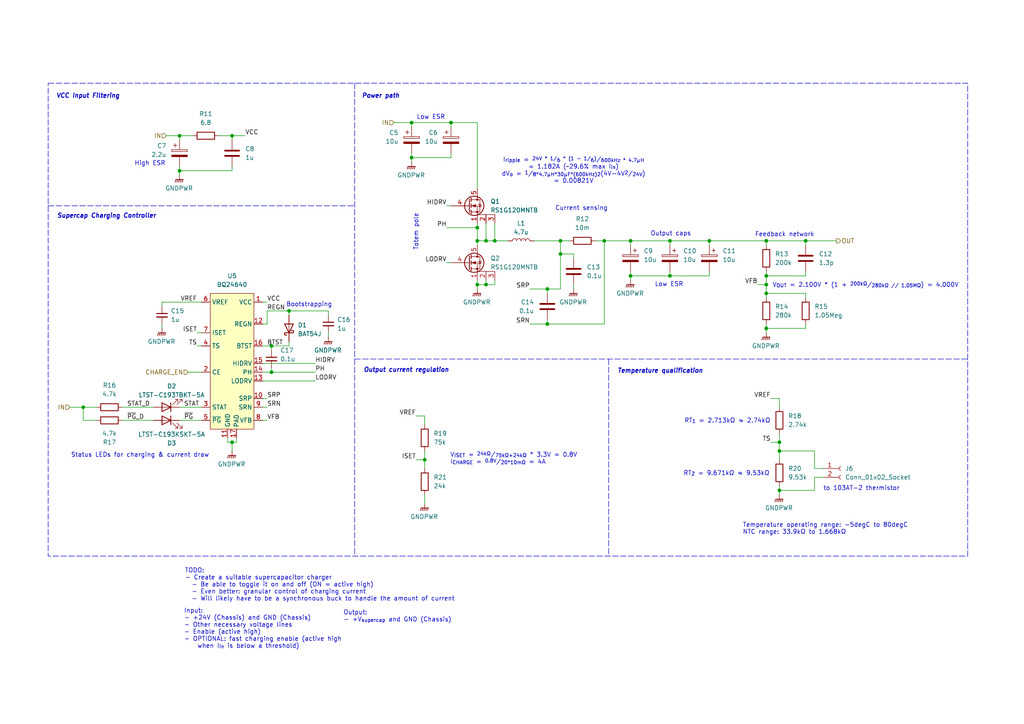
<source format=kicad_sch>
(kicad_sch (version 20250114) (generator "eeschema") (generator_version "9.0")
  (paper "A4")
  (title_block (title "Supercapacitor Charger") (date "2025-02-12") (rev "1") (company "UT Robomaster") (comment 1 "Robomaster"))
  (lib_symbols
    (symbol "! Robomaster ICs:BQ24640"
      (property "Reference" "U" (at 0 32.004 0))
      (property "Value" "BQ24640" (at 0 29.718 0))
      (symbol "BQ24640_1_1"
        (rectangle (start -6.35 27.94) (end 6.35 -11.43) (fill (type background)))
        (pin passive line (at -8.89 25.4 0) (length 2.54) (name "VREF") (number "6"))
        (pin input line (at -8.89 16.51 0) (length 2.54) (name "ISET") (number "7"))
        (pin input line (at -8.89 12.7 0) (length 2.54) (name "TS") (number "4"))
        (pin input line (at -8.89 5.08 0) (length 2.54) (name "CE") (number "2"))
        (pin open_collector line (at -8.89 -5.08 0) (length 2.54) (name "STAT") (number "3"))
        (pin open_collector line (at -8.89 -8.89 0) (length 2.54) (name "~{PG}") (number "5"))
        (pin power_in line (at -1.27 -13.97 90) (length 2.54) (name "GND") (number "11"))
        (pin passive line (at 1.27 -13.97 90) (length 2.54) (name "PAD") (number "17"))
        (pin power_in line (at 8.89 25.4 180) (length 2.54) (name "VCC") (number "1"))
        (pin passive line (at 8.89 19.05 180) (length 2.54) (name "REGN") (number "12"))
        (pin passive line (at 8.89 12.7 180) (length 2.54) (name "BTST") (number "16"))
        (pin output line (at 8.89 7.62 180) (length 2.54) (name "HIDRV") (number "15"))
        (pin power_out line (at 8.89 5.08 180) (length 2.54) (name "PH") (number "14"))
        (pin output line (at 8.89 2.54 180) (length 2.54) (name "LODRV") (number "13"))
        (pin passive line (at 8.89 -2.54 180) (length 2.54) (name "SRP") (number "10"))
        (pin passive line (at 8.89 -5.08 180) (length 2.54) (name "SRN") (number "9"))
        (pin input line (at 8.89 -8.89 180) (length 2.54) (name "VFB") (number "8"))
      )
    )
    (symbol "Connector:Conn_01x02_Socket" (pin_names (offset 1.016) (hide yes))
      (property "Reference" "J" (at 0 2.54 0))
      (property "Value" "Conn_01x02_Socket" (at 0 -5.08 0))
      (symbol "Conn_01x02_Socket_1_1"
        (polyline (pts (xy -1.27 0) (xy -0.508 0)) (stroke (width 0.1524)))
        (polyline (pts (xy -1.27 -2.54) (xy -0.508 -2.54)) (stroke (width 0.1524)))
        (arc (start 0 -0.508) (mid -0.5058 0) (end 0 0.508) (stroke (width 0.1524)))
        (arc (start 0 -3.048) (mid -0.5058 -2.54) (end 0 -2.032) (stroke (width 0.1524)))
        (pin passive line (at -5.08 0 0) (length 3.81) (name "Pin_1") (number "1"))
        (pin passive line (at -5.08 -2.54 0) (length 3.81) (name "Pin_2") (number "2"))
      )
    )
    (symbol "Device:C" (pin_numbers (hide yes)) (pin_names (offset 0.254))
      (property "Reference" "C" (at 0.635 2.54 0))
      (property "Value" "C" (at 0.635 -2.54 0))
      (symbol "C_0_1"
        (polyline (pts (xy -2.032 0.762) (xy 2.032 0.762)) (stroke (width 0.508)))
        (polyline (pts (xy -2.032 -0.762) (xy 2.032 -0.762)) (stroke (width 0.508)))
      )
      (symbol "C_1_1"
        (pin passive line (at 0 3.81 270) (length 2.794) (name "~") (number "1"))
        (pin passive line (at 0 -3.81 90) (length 2.794) (name "~") (number "2"))
      )
    )
    (symbol "Device:C_Polarized" (pin_numbers (hide yes)) (pin_names (offset 0.254))
      (property "Reference" "C" (at 0.635 2.54 0))
      (property "Value" "C_Polarized" (at 0.635 -2.54 0))
      (symbol "C_Polarized_0_1"
        (rectangle (start -2.286 0.508) (end 2.286 1.016))
        (polyline (pts (xy -1.778 2.286) (xy -0.762 2.286)))
        (polyline (pts (xy -1.27 2.794) (xy -1.27 1.778)))
        (rectangle (start 2.286 -0.508) (end -2.286 -1.016) (fill (type outline)))
      )
      (symbol "C_Polarized_1_1"
        (pin passive line (at 0 3.81 270) (length 2.794) (name "~") (number "1"))
        (pin passive line (at 0 -3.81 90) (length 2.794) (name "~") (number "2"))
      )
    )
    (symbol "Device:C_Small" (pin_numbers (hide yes)) (pin_names (offset 0.254) (hide yes))
      (property "Reference" "C" (at 0.254 1.778 0))
      (property "Value" "C_Small" (at 0.254 -2.032 0))
      (symbol "C_Small_0_1"
        (polyline (pts (xy -1.524 0.508) (xy 1.524 0.508)) (stroke (width 0.3048)))
        (polyline (pts (xy -1.524 -0.508) (xy 1.524 -0.508)) (stroke (width 0.3302)))
      )
      (symbol "C_Small_1_1"
        (pin passive line (at 0 2.54 270) (length 2.032) (name "~") (number "1"))
        (pin passive line (at 0 -2.54 90) (length 2.032) (name "~") (number "2"))
      )
    )
    (symbol "Device:L" (pin_numbers (hide yes)) (pin_names (offset 1.016) (hide yes))
      (property "Reference" "L" (at -1.27 0 90))
      (property "Value" "L" (at 1.905 0 90))
      (symbol "L_0_1"
        (arc (start 0 2.54) (mid 0.6323 1.905) (end 0 1.27))
        (arc (start 0 1.27) (mid 0.6323 0.635) (end 0 0))
        (arc (start 0 0) (mid 0.6323 -0.635) (end 0 -1.27))
        (arc (start 0 -1.27) (mid 0.6323 -1.905) (end 0 -2.54))
      )
      (symbol "L_1_1"
        (pin passive line (at 0 3.81 270) (length 1.27) (name "1") (number "1"))
        (pin passive line (at 0 -3.81 90) (length 1.27) (name "2") (number "2"))
      )
    )
    (symbol "Device:LED" (pin_numbers (hide yes)) (pin_names (offset 1.016) (hide yes))
      (property "Reference" "D" (at 0 2.54 0))
      (property "Value" "LED" (at 0 -2.54 0))
      (symbol "LED_0_1"
        (polyline (pts (xy -3.048 -0.762) (xy -4.572 -2.286) (xy -3.81 -2.286) (xy -4.572 -2.286) (xy -4.572 -1.524)))
        (polyline (pts (xy -1.778 -0.762) (xy -3.302 -2.286) (xy -2.54 -2.286) (xy -3.302 -2.286) (xy -3.302 -1.524)))
        (polyline (pts (xy -1.27 0) (xy 1.27 0)))
        (polyline (pts (xy -1.27 -1.27) (xy -1.27 1.27)) (stroke (width 0.254)))
        (polyline (pts (xy 1.27 -1.27) (xy 1.27 1.27) (xy -1.27 0) (xy 1.27 -1.27)) (stroke (width 0.254)))
      )
      (symbol "LED_1_1"
        (pin passive line (at -3.81 0 0) (length 2.54) (name "K") (number "1"))
        (pin passive line (at 3.81 0 180) (length 2.54) (name "A") (number "2"))
      )
    )
    (symbol "Device:Q_NMOS_SGD" (pin_names (offset 0) (hide yes))
      (property "Reference" "Q3" (at 6.35 1.2701 0))
      (property "Value" "Q_NMOS_SGD" (at 6.35 -1.2699 0))
      (symbol "Q_NMOS_SGD_0_1"
        (polyline (pts (xy 0.254 1.905) (xy 0.254 -1.905)) (stroke (width 0.254)))
        (polyline (pts (xy 0.254 0) (xy -2.54 0)))
        (polyline (pts (xy 0.762 2.286) (xy 0.762 1.27)) (stroke (width 0.254)))
        (polyline (pts (xy 0.762 0.508) (xy 0.762 -0.508)) (stroke (width 0.254)))
        (polyline (pts (xy 0.762 -1.27) (xy 0.762 -2.286)) (stroke (width 0.254)))
        (polyline (pts (xy 0.762 -1.778) (xy 3.302 -1.778) (xy 3.302 1.778) (xy 0.762 1.778)))
        (polyline (pts (xy 1.016 0) (xy 2.032 0.381) (xy 2.032 -0.381) (xy 1.016 0)) (fill (type outline)))
        (circle (center 1.651 0) (radius 2.794) (stroke (width 0.254)))
        (polyline (pts (xy 2.54 2.54) (xy 2.54 1.778)))
        (circle (center 2.54 1.778) (radius 0.254) (fill (type outline)))
        (circle (center 2.54 -1.778) (radius 0.254) (fill (type outline)))
        (polyline (pts (xy 2.54 -2.54) (xy 2.54 0) (xy 0.762 0)))
        (polyline (pts (xy 2.794 0.508) (xy 2.921 0.381) (xy 3.683 0.381) (xy 3.81 0.254)))
        (polyline (pts (xy 3.302 0.381) (xy 2.921 -0.254) (xy 3.683 -0.254) (xy 3.302 0.381)))
        (polyline (pts (xy 7.62 -2.54) (xy 2.54 -2.54)))
      )
      (symbol "Q_NMOS_SGD_1_1"
        (pin input line (at -5.08 0 0) (length 5.08) (name "G") (number "4"))
        (pin passive line (at 2.54 5.08 270) (length 2.54) (name "D") (number "5"))
        (pin passive line (at 2.54 -5.08 90) (length 2.54) (name "S") (number "1"))
        (pin passive line (at 5.08 -5.08 90) (length 2.54) (name "S") (number "2"))
        (pin passive line (at 7.62 -5.08 90) (length 2.54) (name "S") (number "3"))
      )
    )
    (symbol "Device:R" (pin_numbers (hide yes)) (pin_names (offset 0))
      (property "Reference" "R" (at 2.032 0 90))
      (property "Value" "R" (at 0 0 90))
      (symbol "R_0_1"
        (rectangle (start -1.016 -2.54) (end 1.016 2.54) (stroke (width 0.254)))
      )
      (symbol "R_1_1"
        (pin passive line (at 0 3.81 270) (length 1.27) (name "~") (number "1"))
        (pin passive line (at 0 -3.81 90) (length 1.27) (name "~") (number "2"))
      )
    )
    (symbol "Diode:BAT54J" (pin_numbers (hide yes)) (pin_names (offset 1.016) (hide yes))
      (property "Reference" "D" (at 0 2.54 0))
      (property "Value" "BAT54J" (at 0 -2.54 0))
      (symbol "BAT54J_0_1"
        (polyline (pts (xy -1.905 0.635) (xy -1.905 1.27) (xy -1.27 1.27) (xy -1.27 -1.27) (xy -0.635 -1.27) (xy -0.635 -0.635)) (stroke (width 0.254)))
        (polyline (pts (xy 1.27 1.27) (xy 1.27 -1.27) (xy -1.27 0) (xy 1.27 1.27)) (stroke (width 0.254)))
        (polyline (pts (xy 1.27 0) (xy -1.27 0)))
      )
      (symbol "BAT54J_1_1"
        (pin passive line (at -3.81 0 0) (length 2.54) (name "K") (number "1"))
        (pin passive line (at 3.81 0 180) (length 2.54) (name "A") (number "2"))
      )
    )
    (symbol "Q_NMOS_SGD_1" (pin_names (offset 0) (hide yes))
      (property "Reference" "Q2" (at 6.35 1.2701 0))
      (property "Value" "Q_NMOS_SGD" (at 6.35 -1.2699 0))
      (symbol "Q_NMOS_SGD_1_0_1"
        (polyline (pts (xy 0.254 1.905) (xy 0.254 -1.905)) (stroke (width 0.254)))
        (polyline (pts (xy 0.254 0) (xy -2.54 0)))
        (polyline (pts (xy 0.762 2.286) (xy 0.762 1.27)) (stroke (width 0.254)))
        (polyline (pts (xy 0.762 0.508) (xy 0.762 -0.508)) (stroke (width 0.254)))
        (polyline (pts (xy 0.762 -1.27) (xy 0.762 -2.286)) (stroke (width 0.254)))
        (polyline (pts (xy 0.762 -1.778) (xy 3.302 -1.778) (xy 3.302 1.778) (xy 0.762 1.778)))
        (polyline (pts (xy 1.016 0) (xy 2.032 0.381) (xy 2.032 -0.381) (xy 1.016 0)) (fill (type outline)))
        (circle (center 1.651 0) (radius 2.794) (stroke (width 0.254)))
        (polyline (pts (xy 2.54 2.54) (xy 2.54 1.778)))
        (circle (center 2.54 1.778) (radius 0.254) (fill (type outline)))
        (circle (center 2.54 -1.778) (radius 0.254) (fill (type outline)))
        (polyline (pts (xy 2.54 -2.54) (xy 2.54 0) (xy 0.762 0)))
        (polyline (pts (xy 2.794 0.508) (xy 2.921 0.381) (xy 3.683 0.381) (xy 3.81 0.254)))
        (polyline (pts (xy 3.302 0.381) (xy 2.921 -0.254) (xy 3.683 -0.254) (xy 3.302 0.381)))
        (polyline (pts (xy 7.62 -2.54) (xy 2.54 -2.54)))
      )
      (symbol "Q_NMOS_SGD_1_1_1"
        (pin input line (at -5.08 0 0) (length 5.08) (name "G") (number "4"))
        (pin passive line (at 2.54 5.08 270) (length 2.54) (name "D") (number "5"))
        (pin passive line (at 2.54 -5.08 90) (length 2.54) (name "S") (number "1"))
        (pin passive line (at 5.08 -5.08 90) (length 2.54) (name "S") (number "2"))
        (pin passive line (at 7.62 -5.08 90) (length 2.54) (name "S") (number "3"))
      )
    )
    (symbol "power:GNDPWR" (power) (pin_numbers (hide yes)) (pin_names (offset 0) (hide yes))
      (property "Value" "GNDPWR" (at 0 -3.302 0))
      (symbol "GNDPWR_0_1"
        (polyline (pts (xy -1.016 -1.27) (xy -1.27 -2.032) (xy -1.27 -2.032)) (stroke (width 0.2032)))
        (polyline (pts (xy -0.508 -1.27) (xy -0.762 -2.032) (xy -0.762 -2.032)) (stroke (width 0.2032)))
        (polyline (pts (xy 0 -1.27) (xy 0 0)))
        (polyline (pts (xy 0 -1.27) (xy -0.254 -2.032) (xy -0.254 -2.032)) (stroke (width 0.2032)))
        (polyline (pts (xy 0.508 -1.27) (xy 0.254 -2.032) (xy 0.254 -2.032)) (stroke (width 0.2032)))
        (polyline (pts (xy 1.016 -1.27) (xy -1.016 -1.27) (xy -1.016 -1.27)) (stroke (width 0.2032)))
        (polyline (pts (xy 1.016 -1.27) (xy 0.762 -2.032) (xy 0.762 -2.032) (xy 0.762 -2.032)) (stroke (width 0.2032)))
      )
      (symbol "GNDPWR_1_1"
        (pin power_in line (at 0 0 270) (length 0) (name "~") (number "1"))
      )
    )
  )
  (rectangle (start 13.97 24.13) (end 280.67 161.29) (stroke (width 0) (type dash)))
  (text "Current sensing" (at 168.656 61.214 0) (effects (font (size 1.27 1.27)) (justify bottom)))
  (text "Totem pole" (at 121.412 67.31 90) (effects (font (size 1.27 1.27)) (justify bottom)))
  (text "to 103AT-2 thermistor" (at 238.76 140.97 0) (effects (font (size 1.27 1.27)) (justify left top)))
  (text "TODO:\n- Create a suitable supercapacitor charger\n  - Be able to toggle it on and off (ON = active high)\n  - Even better: granular control of charging current\n  - Will likely have to be a synchronous buck to handle the amount of current" (at 53.594 164.846 0) (effects (font (size 1.27 1.27)) (justify left top)))
  (text "Status LEDs for charging & current draw" (at 40.64 131.318 0) (effects (font (size 1.27 1.27)) (justify top)))
  (text "Low ESR" (at 124.968 34.798 0) (effects (font (size 1.27 1.27)) (justify bottom)))
  (text "Low ESR" (at 194.056 83.312 0) (effects (font (size 1.27 1.27)) (justify bottom)))
  (text "V_{OUT} = 2.100V * (1 + ^{200kΩ}/_{280kΩ // 1.05MΩ}) = 4.000V" (at 224.028 82.042 0) (effects (font (size 1.27 1.27)) (justify left top)))
  (text "Temperature qualification" (at 179.07 106.934 0) (effects (font (size 1.27 1.27) (thickness 0.254) (bold yes) (italic yes)) (justify left top)))
  (text "I_{ripple} = ^{24V * ^{1}/_{6} * (1 - ^{1}/_{6})}/_{600kHz * 4.7µH}\n= 1.182A (~29.6% max I_{in})\ndV_{o} = ^{1}/_{8*4.7µH*30µF*(600kHz)^{2}}(4V-4V^{2}/_{24V})\n= 0.00821V" (at 166.37 49.53 0) (effects (font (size 1.27 1.27))))
  (text "Output caps" (at 194.564 68.58 0) (effects (font (size 1.27 1.27)) (justify bottom)))
  (text "Bootstrapping" (at 89.662 89.154 0) (effects (font (size 1.27 1.27)) (justify bottom)))
  (text "V_{ISET} = ^{24kΩ}/_{75kΩ+24kΩ} * 3.3V = 0.8V\nI_{CHARGE} = ^{0.8V}/_{20*10mΩ} = 4A" (at 130.556 131.318 0) (effects (font (size 1.27 1.27)) (justify left top)))
  (text "Input:\n- +24V (Chassis) and GND (Chassis)\n- Other necessary voltage lines\n- Enable (active high)\n- OPTIONAL: fast charging enable (active high \n    when I_{in} is below a threshold)" (at 53.34 176.53 0) (effects (font (size 1.27 1.27)) (justify left top)))
  (text "High ESR" (at 48.006 46.736 0) (effects (font (size 1.27 1.27)) (justify right top)))
  (text "Feedback network" (at 227.584 68.834 0) (effects (font (size 1.27 1.27)) (justify bottom)))
  (text "Output:\n- +V_{supercap} and GND (Chassis)" (at 99.568 177.038 0) (effects (font (size 1.27 1.27)) (justify left top)))
  (text "Power path" (at 104.902 27.178 0) (effects (font (size 1.27 1.27) (thickness 0.254) (bold yes) (italic yes)) (justify left top)))
  (text "Supercap Charging Controller" (at 16.51 61.976 0) (effects (font (size 1.27 1.27) (thickness 0.254) (bold yes) (italic yes)) (justify left top)))
  (text "VCC Input Filtering" (at 16.256 27.178 0) (effects (font (size 1.27 1.27) (thickness 0.254) (bold yes) (italic yes)) (justify left top)))
  (text "RT_{1} = 2.713kΩ ≈ 2.74kΩ" (at 223.52 121.412 0) (effects (font (size 1.27 1.27)) (justify right top)))
  (text "Temperature operating range: -5degC to 80degC\nNTC range: 33.9kΩ to 1.668kΩ" (at 215.392 151.638 0) (effects (font (size 1.27 1.27)) (justify left top)))
  (text "Output current regulation" (at 105.41 106.68 0) (effects (font (size 1.27 1.27) (thickness 0.254) (bold yes) (italic yes)) (justify left top)))
  (text "RT_{2} = 9.671kΩ ≈ 9.53kΩ" (at 223.266 136.652 0) (effects (font (size 1.27 1.27)) (justify right top)))
  (junction (at 52.07 39.37))
  (junction (at 205.74 69.85))
  (junction (at 222.25 95.25))
  (junction (at 123.19 133.35))
  (junction (at 158.75 83.82))
  (junction (at 143.51 69.85))
  (junction (at 222.25 80.01))
  (junction (at 140.97 69.85))
  (junction (at 222.25 85.09))
  (junction (at 182.88 69.85))
  (junction (at 162.56 69.85))
  (junction (at 24.13 118.11))
  (junction (at 222.25 82.55))
  (junction (at 67.31 128.27))
  (junction (at 194.31 80.01))
  (junction (at 226.06 142.24))
  (junction (at 226.06 128.27))
  (junction (at 67.31 39.37))
  (junction (at 222.25 69.85))
  (junction (at 162.56 73.66))
  (junction (at 83.82 90.17))
  (junction (at 52.07 49.53))
  (junction (at 78.74 107.95))
  (junction (at 194.31 69.85))
  (junction (at 130.81 35.56))
  (junction (at 119.38 35.56))
  (junction (at 78.74 100.33))
  (junction (at 182.88 80.01))
  (junction (at 138.43 82.55))
  (junction (at 140.97 82.55))
  (junction (at 138.43 66.04))
  (junction (at 226.06 130.81))
  (junction (at 175.26 69.85))
  (junction (at 158.75 93.98))
  (junction (at 119.38 45.72))
  (junction (at 138.43 69.85))
  (junction (at 233.68 69.85))
  (wire (pts (xy 226.06 133.35) (xy 226.06 130.81)))
  (wire (pts (xy 233.68 69.85) (xy 233.68 71.12)))
  (wire (pts (xy 48.26 39.37) (xy 52.07 39.37)))
  (wire (pts (xy 46.99 93.98) (xy 46.99 95.25)))
  (wire (pts (xy 119.38 35.56) (xy 119.38 36.83)))
  (wire (pts (xy 143.51 69.85) (xy 147.32 69.85)))
  (wire (pts (xy 78.74 100.33) (xy 76.2 100.33)))
  (wire (pts (xy 129.54 66.04) (xy 138.43 66.04)))
  (wire (pts (xy 138.43 81.28) (xy 138.43 82.55)))
  (wire (pts (xy 194.31 69.85) (xy 194.31 71.12)))
  (wire (pts (xy 35.56 118.11) (xy 44.45 118.11)))
  (wire (pts (xy 67.31 48.26) (xy 67.31 49.53)))
  (wire (pts (xy 83.82 90.17) (xy 83.82 91.44)))
  (wire (pts (xy 130.81 36.83) (xy 130.81 35.56)))
  (wire (pts (xy 57.15 96.52) (xy 58.42 96.52)))
  (wire (pts (xy 226.06 143.51) (xy 226.06 142.24)))
  (wire (pts (xy 83.82 99.06) (xy 83.82 100.33)))
  (wire (pts (xy 158.75 83.82) (xy 162.56 83.82)))
  (wire (pts (xy 236.22 138.43) (xy 236.22 142.24)))
  (polyline (pts (xy 102.87 24.13) (xy 102.87 161.29)) (stroke (width 0) (type dash)))
  (wire (pts (xy 238.76 135.89) (xy 236.22 135.89)))
  (wire (pts (xy 138.43 69.85) (xy 140.97 69.85)))
  (wire (pts (xy 78.74 107.95) (xy 91.44 107.95)))
  (wire (pts (xy 222.25 82.55) (xy 222.25 85.09)))
  (wire (pts (xy 123.19 120.65) (xy 120.65 120.65)))
  (wire (pts (xy 52.07 39.37) (xy 55.88 39.37)))
  (wire (pts (xy 222.25 69.85) (xy 233.68 69.85)))
  (wire (pts (xy 233.68 78.74) (xy 233.68 80.01)))
  (wire (pts (xy 78.74 100.33) (xy 78.74 101.6)))
  (wire (pts (xy 140.97 82.55) (xy 138.43 82.55)))
  (wire (pts (xy 77.47 115.57) (xy 76.2 115.57)))
  (wire (pts (xy 24.13 118.11) (xy 27.94 118.11)))
  (wire (pts (xy 182.88 78.74) (xy 182.88 80.01)))
  (wire (pts (xy 222.25 85.09) (xy 222.25 86.36)))
  (wire (pts (xy 143.51 64.77) (xy 143.51 69.85)))
  (wire (pts (xy 67.31 39.37) (xy 71.12 39.37)))
  (wire (pts (xy 35.56 121.92) (xy 44.45 121.92)))
  (wire (pts (xy 95.25 91.44) (xy 95.25 90.17)))
  (wire (pts (xy 58.42 87.63) (xy 46.99 87.63)))
  (wire (pts (xy 233.68 80.01) (xy 222.25 80.01)))
  (wire (pts (xy 52.07 49.53) (xy 52.07 50.8)))
  (wire (pts (xy 140.97 81.28) (xy 140.97 82.55)))
  (wire (pts (xy 233.68 95.25) (xy 222.25 95.25)))
  (wire (pts (xy 123.19 123.19) (xy 123.19 120.65)))
  (wire (pts (xy 123.19 146.05) (xy 123.19 143.51)))
  (wire (pts (xy 130.81 35.56) (xy 138.43 35.56)))
  (wire (pts (xy 194.31 69.85) (xy 205.74 69.85)))
  (wire (pts (xy 138.43 69.85) (xy 138.43 66.04)))
  (wire (pts (xy 222.25 78.74) (xy 222.25 80.01)))
  (wire (pts (xy 175.26 69.85) (xy 175.26 93.98)))
  (wire (pts (xy 67.31 39.37) (xy 67.31 40.64)))
  (wire (pts (xy 119.38 35.56) (xy 130.81 35.56)))
  (wire (pts (xy 226.06 128.27) (xy 226.06 125.73)))
  (wire (pts (xy 205.74 69.85) (xy 205.74 71.12)))
  (wire (pts (xy 76.2 107.95) (xy 78.74 107.95)))
  (polyline (pts (xy 176.53 104.14) (xy 176.53 161.29)) (stroke (width 0) (type dash)))
  (wire (pts (xy 77.47 93.98) (xy 76.2 93.98)))
  (wire (pts (xy 205.74 69.85) (xy 222.25 69.85)))
  (wire (pts (xy 52.07 39.37) (xy 52.07 40.64)))
  (wire (pts (xy 226.06 142.24) (xy 226.06 140.97)))
  (wire (pts (xy 78.74 106.68) (xy 78.74 107.95)))
  (wire (pts (xy 140.97 64.77) (xy 140.97 69.85)))
  (wire (pts (xy 172.72 69.85) (xy 175.26 69.85)))
  (wire (pts (xy 205.74 78.74) (xy 205.74 80.01)))
  (wire (pts (xy 77.47 118.11) (xy 76.2 118.11)))
  (wire (pts (xy 222.25 95.25) (xy 222.25 96.52)))
  (wire (pts (xy 46.99 87.63) (xy 46.99 88.9)))
  (wire (pts (xy 162.56 69.85) (xy 165.1 69.85)))
  (wire (pts (xy 182.88 69.85) (xy 182.88 71.12)))
  (wire (pts (xy 154.94 69.85) (xy 162.56 69.85)))
  (wire (pts (xy 182.88 69.85) (xy 194.31 69.85)))
  (wire (pts (xy 233.68 69.85) (xy 242.57 69.85)))
  (wire (pts (xy 166.37 82.55) (xy 166.37 83.82)))
  (wire (pts (xy 219.71 82.55) (xy 222.25 82.55)))
  (wire (pts (xy 114.3 35.56) (xy 119.38 35.56)))
  (wire (pts (xy 236.22 135.89) (xy 236.22 130.81)))
  (wire (pts (xy 119.38 45.72) (xy 119.38 46.99)))
  (wire (pts (xy 83.82 90.17) (xy 95.25 90.17)))
  (wire (pts (xy 162.56 69.85) (xy 162.56 73.66)))
  (wire (pts (xy 143.51 82.55) (xy 140.97 82.55)))
  (wire (pts (xy 129.54 76.2) (xy 130.81 76.2)))
  (wire (pts (xy 140.97 69.85) (xy 143.51 69.85)))
  (wire (pts (xy 182.88 80.01) (xy 194.31 80.01)))
  (wire (pts (xy 57.15 100.33) (xy 58.42 100.33)))
  (wire (pts (xy 175.26 69.85) (xy 182.88 69.85)))
  (wire (pts (xy 138.43 35.56) (xy 138.43 54.61)))
  (wire (pts (xy 77.47 87.63) (xy 76.2 87.63)))
  (wire (pts (xy 77.47 121.92) (xy 76.2 121.92)))
  (polyline (pts (xy 13.97 59.69) (xy 102.87 59.69)) (stroke (width 0) (type dash)))
  (wire (pts (xy 194.31 78.74) (xy 194.31 80.01)))
  (wire (pts (xy 67.31 128.27) (xy 68.58 128.27)))
  (wire (pts (xy 129.54 59.69) (xy 130.81 59.69)))
  (wire (pts (xy 138.43 82.55) (xy 138.43 83.82)))
  (wire (pts (xy 153.67 83.82) (xy 158.75 83.82)))
  (wire (pts (xy 20.32 118.11) (xy 24.13 118.11)))
  (wire (pts (xy 166.37 73.66) (xy 162.56 73.66)))
  (wire (pts (xy 67.31 128.27) (xy 67.31 130.81)))
  (wire (pts (xy 76.2 110.49) (xy 91.44 110.49)))
  (wire (pts (xy 222.25 93.98) (xy 222.25 95.25)))
  (wire (pts (xy 222.25 69.85) (xy 222.25 71.12)))
  (wire (pts (xy 52.07 118.11) (xy 58.42 118.11)))
  (wire (pts (xy 66.04 128.27) (xy 66.04 127)))
  (wire (pts (xy 226.06 118.11) (xy 226.06 115.57)))
  (wire (pts (xy 123.19 133.35) (xy 123.19 130.81)))
  (wire (pts (xy 119.38 45.72) (xy 130.81 45.72)))
  (wire (pts (xy 205.74 80.01) (xy 194.31 80.01)))
  (wire (pts (xy 67.31 49.53) (xy 52.07 49.53)))
  (polyline (pts (xy 102.87 104.14) (xy 280.67 104.14)) (stroke (width 0) (type dash)))
  (wire (pts (xy 52.07 121.92) (xy 58.42 121.92)))
  (wire (pts (xy 226.06 130.81) (xy 226.06 128.27)))
  (wire (pts (xy 83.82 100.33) (xy 78.74 100.33)))
  (wire (pts (xy 52.07 48.26) (xy 52.07 49.53)))
  (wire (pts (xy 54.61 107.95) (xy 58.42 107.95)))
  (wire (pts (xy 226.06 115.57) (xy 223.52 115.57)))
  (wire (pts (xy 238.76 138.43) (xy 236.22 138.43)))
  (wire (pts (xy 162.56 73.66) (xy 162.56 83.82)))
  (wire (pts (xy 123.19 135.89) (xy 123.19 133.35)))
  (wire (pts (xy 166.37 74.93) (xy 166.37 73.66)))
  (wire (pts (xy 222.25 80.01) (xy 222.25 82.55)))
  (wire (pts (xy 66.04 128.27) (xy 67.31 128.27)))
  (wire (pts (xy 138.43 66.04) (xy 138.43 64.77)))
  (wire (pts (xy 158.75 92.71) (xy 158.75 93.98)))
  (wire (pts (xy 158.75 83.82) (xy 158.75 85.09)))
  (wire (pts (xy 153.67 93.98) (xy 158.75 93.98)))
  (wire (pts (xy 119.38 44.45) (xy 119.38 45.72)))
  (wire (pts (xy 77.47 90.17) (xy 83.82 90.17)))
  (wire (pts (xy 95.25 96.52) (xy 95.25 97.79)))
  (wire (pts (xy 223.52 128.27) (xy 226.06 128.27)))
  (wire (pts (xy 24.13 118.11) (xy 24.13 121.92)))
  (wire (pts (xy 143.51 81.28) (xy 143.51 82.55)))
  (wire (pts (xy 236.22 130.81) (xy 226.06 130.81)))
  (wire (pts (xy 68.58 127) (xy 68.58 128.27)))
  (wire (pts (xy 120.65 133.35) (xy 123.19 133.35)))
  (wire (pts (xy 233.68 93.98) (xy 233.68 95.25)))
  (wire (pts (xy 158.75 93.98) (xy 175.26 93.98)))
  (wire (pts (xy 77.47 90.17) (xy 77.47 93.98)))
  (wire (pts (xy 63.5 39.37) (xy 67.31 39.37)))
  (wire (pts (xy 236.22 142.24) (xy 226.06 142.24)))
  (wire (pts (xy 138.43 71.12) (xy 138.43 69.85)))
  (wire (pts (xy 222.25 85.09) (xy 233.68 85.09)))
  (wire (pts (xy 182.88 80.01) (xy 182.88 81.28)))
  (wire (pts (xy 130.81 45.72) (xy 130.81 44.45)))
  (wire (pts (xy 233.68 85.09) (xy 233.68 86.36)))
  (wire (pts (xy 76.2 105.41) (xy 91.44 105.41)))
  (wire (pts (xy 24.13 121.92) (xy 27.94 121.92)))
  (label "HIDRV" (at 91.44 105.41 0))
  (label "PH" (at 91.44 107.95 0))
  (label "LODRV" (at 129.54 76.2 180))
  (label "SRP" (at 77.47 115.57 0) (effects (font (thickness 0.1588))))
  (label "HIDRV" (at 129.54 59.69 180))
  (label "STAT" (at 53.34 118.11 0))
  (label "TS" (at 223.52 128.27 180))
  (label "PH" (at 129.54 66.04 180))
  (label "~{PG}" (at 53.34 121.92 0))
  (label "VCC" (at 71.12 39.37 0))
  (label "ISET" (at 57.15 96.52 180))
  (label "REGN" (at 77.47 90.17 0))
  (label "LODRV" (at 91.44 110.49 0))
  (label "VCC" (at 77.47 87.63 0))
  (label "VFB" (at 219.71 82.55 180))
  (label "TS" (at 57.15 100.33 180))
  (label "VREF" (at 120.65 120.65 180))
  (label "VFB" (at 77.47 121.92 0))
  (label "SRN" (at 77.47 118.11 0))
  (label "VREF" (at 57.15 87.63 180))
  (label "SRN" (at 153.67 93.98 180))
  (label "VREF" (at 223.52 115.57 180))
  (label "SRP" (at 153.67 83.82 180) (effects (font (thickness 0.1588))))
  (label "BTST" (at 77.47 100.33 0))
  (label "~{PG}_D" (at 36.83 121.92 0))
  (label "STAT_D" (at 36.83 118.11 0))
  (label "ISET" (at 120.65 133.35 180))
  (hierarchical_label "OUT" (shape output) (at 242.57 69.85 0))
  (hierarchical_label "IN" (shape input) (at 114.3 35.56 180))
  (hierarchical_label "IN" (shape input) (at 20.32 118.11 180))
  (hierarchical_label "CHARGE_EN" (shape input) (at 54.61 107.95 180))
  (hierarchical_label "IN" (shape input) (at 48.26 39.37 180))
  (symbol (lib_id "Device:C_Polarized") (at 194.31 74.93 0) (mirror y) (unit 1)
    (property "Reference" "C10" (at 198.12 72.7709 0) (effects (justify right)))
    (property "Value" "10u" (at 198.12 75.3109 0) (effects (justify right)))
    (property "Footprint" "Capacitor_THT:CP_Radial_D5.0mm_P2.00mm" (effects (hide yes)))
    (property "Description" "Polarized capacitor" (effects (hide yes)))
    (property "Mouser Part Number" "598-106CKR063M" (effects (hide yes)))
  )
  (symbol (lib_id "Device:R") (at 222.25 74.93 0) (unit 1)
    (property "Reference" "R13" (at 224.79 73.6599 0) (effects (justify left)))
    (property "Value" "200k" (at 224.79 76.1999 0) (effects (justify left)))
    (property "Footprint" "Resistor_SMD:R_0603_1608Metric_Pad0.98x0.95mm_HandSolder" (effects (hide yes)))
    (property "Description" "Resistor" (effects (hide yes)))
    (property "Mouser Part Number" "667-ERA-3AEB204V" (effects (hide yes)))
  )
  (symbol (lib_id "power:GNDPWR") (at 182.88 81.28 0) (unit 1)
    (property "Reference" "#PWR031" (effects (hide yes)))
    (property "Value" "GNDPWR" (at 182.753 85.09 0))
    (property "Description" "Power symbol creates a global label with name \"GNDPWR\" , global ground" (effects (hide yes)))
  )
  (symbol (lib_id "Device:R") (at 226.06 137.16 0) (unit 1)
    (property "Reference" "R20" (at 228.6 135.8899 0) (effects (justify left)))
    (property "Value" "9.53k" (at 228.6 138.4299 0) (effects (justify left)))
    (property "Footprint" "Resistor_SMD:R_0603_1608Metric_Pad0.98x0.95mm_HandSolder" (effects (hide yes)))
    (property "Description" "Resistor" (effects (hide yes)))
  )
  (symbol (lib_id "power:GNDPWR") (at 95.25 97.79 0) (unit 1)
    (property "Reference" "#PWR036" (effects (hide yes)))
    (property "Value" "GNDPWR" (at 95.123 101.6 0))
    (property "Description" "Power symbol creates a global label with name \"GNDPWR\" , global ground" (effects (hide yes)))
  )
  (symbol (lib_id "Device:LED") (at 48.26 121.92 0) (mirror y) (unit 1)
    (property "Reference" "D3" (at 49.784 128.524 0))
    (property "Value" "LTST-C193KSKT-5A" (at 49.784 125.984 0))
    (property "Footprint" "LED_SMD:LED_0603_1608Metric_Pad1.05x0.95mm_HandSolder" (effects (hide yes)))
    (property "Datasheet" "https://www.mouser.com/datasheet/2/239/Lite-On-LTST-C193KSKT-5A-1175258.pdf" (effects (hide yes)))
    (property "Description" "Light emitting diode" (effects (hide yes)))
    (property "Mouser Part Number" "859-LTSTC193KSKT5A" (effects (hide yes)))
  )
  (symbol (lib_id "power:GNDPWR") (at 123.19 146.05 0) (unit 1)
    (property "Reference" "#PWR039" (effects (hide yes)))
    (property "Value" "GNDPWR" (at 123.063 149.86 0))
    (property "Description" "Power symbol creates a global label with name \"GNDPWR\" , global ground" (effects (hide yes)))
  )
  (symbol (lib_id "! Robomaster ICs:BQ24640") (at 67.31 113.03 0) (unit 1)
    (property "Reference" "U5" (at 67.31 80.01 0))
    (property "Value" "BQ24640" (at 67.31 82.55 0))
    (property "Footprint" "! Robomaster ICs:QFN50P350X350X100-17N-D" (effects (hide yes)))
    (property "Datasheet" "https://www.ti.com/lit/gpn/bq24640" (effects (hide yes)))
    (property "Description" "Standalone 1-8 cell Buck battery charge controller for super capacitor" (effects (hide yes)))
  )
  (symbol (lib_id "Device:C_Polarized") (at 119.38 40.64 0) (unit 1)
    (property "Reference" "C5" (at 115.57 38.4809 0) (effects (justify right)))
    (property "Value" "10u" (at 115.57 41.0209 0) (effects (justify right)))
    (property "Footprint" "Capacitor_THT:CP_Radial_D5.0mm_P2.00mm" (effects (hide yes)))
    (property "Description" "Polarized capacitor" (effects (hide yes)))
    (property "Mouser Part Number" "598-106CKR063M" (effects (hide yes)))
  )
  (symbol (lib_id "Device:L") (at 151.13 69.85 90) (unit 1)
    (property "Reference" "L1" (at 151.13 64.77 90))
    (property "Value" "4.7u" (at 151.13 67.31 90))
    (property "Description" "Inductor" (effects (hide yes)))
  )
  (symbol (lib_id "power:GNDPWR") (at 226.06 143.51 0) (unit 1)
    (property "Reference" "#PWR038" (effects (hide yes)))
    (property "Value" "GNDPWR" (at 225.933 147.32 0))
    (property "Description" "Power symbol creates a global label with name \"GNDPWR\" , global ground" (effects (hide yes)))
  )
  (symbol (lib_id "Device:R") (at 59.69 39.37 90) (unit 1)
    (property "Reference" "R11" (at 59.69 33.02 90))
    (property "Value" "6.8" (at 59.69 35.56 90))
    (property "Footprint" "Resistor_SMD:R_0603_1608Metric_Pad0.98x0.95mm_HandSolder" (effects (hide yes)))
    (property "Description" "Resistor" (effects (hide yes)))
  )
  (symbol (lib_id "Device:R") (at 31.75 121.92 90) (mirror x) (unit 1)
    (property "Reference" "R17" (at 31.75 128.27 90))
    (property "Value" "4.7k" (at 31.75 125.73 90))
    (property "Footprint" "Resistor_SMD:R_0603_1608Metric_Pad0.98x0.95mm_HandSolder" (effects (hide yes)))
    (property "Description" "Resistor" (effects (hide yes)))
  )
  (symbol (lib_id "Device:C_Small") (at 95.25 93.98 0) (unit 1)
    (property "Reference" "C16" (at 97.79 92.7162 0) (effects (justify left)))
    (property "Value" "1u" (at 97.79 95.2562 0) (effects (justify left)))
    (property "Footprint" "Capacitor_SMD:C_0603_1608Metric_Pad1.08x0.95mm_HandSolder" (effects (hide yes)))
    (property "Description" "Unpolarized capacitor, small symbol" (effects (hide yes)))
  )
  (symbol (lib_id "Device:Q_NMOS_SGD") (at 135.89 76.2 0) (unit 1)
    (property "Reference" "Q2" (at 142.24 74.9299 0) (effects (justify left)))
    (property "Value" "RS1G120MNTB" (at 142.24 77.4699 0) (effects (justify left)))
    (property "Footprint" "Package_SO:PowerPAK_SO-8_Single" (effects (hide yes)))
    (property "Description" "N-MOSFET transistor, source/gate/drain" (effects (hide yes)))
    (property "Mouser Part Number" "755-RS1G120MNTB" (effects (hide yes)))
  )
  (symbol (lib_id "Device:R") (at 233.68 90.17 0) (unit 1)
    (property "Reference" "R15" (at 236.22 88.8999 0) (effects (justify left)))
    (property "Value" "1.05Meg" (at 236.22 91.4399 0) (effects (justify left)))
    (property "Footprint" "Resistor_SMD:R_0603_1608Metric_Pad0.98x0.95mm_HandSolder" (effects (hide yes)))
    (property "Description" "Resistor" (effects (hide yes)))
    (property "Mouser Part Number" "603-RC0603FR-071M05L" (effects (hide yes)))
  )
  (symbol (lib_id "power:GNDPWR") (at 67.31 130.81 0) (unit 1)
    (property "Reference" "#PWR037" (effects (hide yes)))
    (property "Value" "GNDPWR" (at 67.183 134.62 0))
    (property "Description" "Power symbol creates a global label with name \"GNDPWR\" , global ground" (effects (hide yes)))
  )
  (symbol (lib_id "Device:C_Polarized") (at 52.07 44.45 0) (unit 1)
    (property "Reference" "C7" (at 48.26 42.2909 0) (effects (justify right)))
    (property "Value" "2.2u" (at 48.26 44.8309 0) (effects (justify right)))
    (property "Footprint" "Capacitor_SMD:C_0603_1608Metric_Pad1.08x0.95mm_HandSolder" (effects (hide yes)))
    (property "Description" "Polarized capacitor" (effects (hide yes)))
  )
  (symbol (lib_id "Device:LED") (at 48.26 118.11 180) (unit 1)
    (property "Reference" "D2" (at 49.784 112.014 0))
    (property "Value" "LTST-C193TBKT-5A" (at 49.784 114.554 0))
    (property "Footprint" "LED_SMD:LED_0603_1608Metric_Pad1.05x0.95mm_HandSolder" (effects (hide yes)))
    (property "Datasheet" "https://www.mouser.com/datasheet/2/239/Lite-On-LTST-C193TBKT-5A-1175300.pdf" (effects (hide yes)))
    (property "Description" "Light emitting diode" (effects (hide yes)))
    (property "Mouser Part Number" "859-LTSTC193TBKT5A" (effects (hide yes)))
  )
  (symbol (lib_id "Connector:Conn_01x02_Socket") (at 243.84 135.89 0) (unit 1)
    (property "Reference" "J6" (at 245.11 135.8899 0) (effects (justify left)))
    (property "Value" "Conn_01x02_Socket" (at 245.11 138.4299 0) (effects (justify left)))
    (property "Footprint" "Connector_PinSocket_2.00mm:PinSocket_1x02_P2.00mm_Vertical" (effects (hide yes)))
    (property "Description" "Generic connector, single row, 01x02, script generated" (effects (hide yes)))
  )
  (symbol (lib_id "Device:C_Small") (at 46.99 91.44 0) (unit 1)
    (property "Reference" "C15" (at 49.53 90.1762 0) (effects (justify left)))
    (property "Value" "1u" (at 49.53 92.7162 0) (effects (justify left)))
    (property "Footprint" "Capacitor_SMD:C_0603_1608Metric_Pad1.08x0.95mm_HandSolder" (effects (hide yes)))
    (property "Description" "Unpolarized capacitor, small symbol" (effects (hide yes)))
  )
  (symbol (lib_id "Diode:BAT54J") (at 83.82 95.25 90) (unit 1)
    (property "Reference" "D1" (at 86.36 94.2974 90) (effects (justify right)))
    (property "Value" "BAT54J" (at 86.36 96.8374 90) (effects (justify right)))
    (property "Footprint" "Diode_SMD:D_SOD-323F" (effects (hide yes)))
    (property "Datasheet" "https://assets.nexperia.com/documents/data-sheet/BAT54J.pdf" (effects (hide yes)))
    (property "Description" "30V 200mA Schottky diode, SOD-323F" (effects (hide yes)))
  )
  (symbol (lib_id "Device:R") (at 123.19 139.7 0) (unit 1)
    (property "Reference" "R21" (at 125.73 138.4299 0) (effects (justify left)))
    (property "Value" "24k" (at 125.73 140.9699 0) (effects (justify left)))
    (property "Footprint" "Resistor_SMD:R_0603_1608Metric_Pad0.98x0.95mm_HandSolder" (effects (hide yes)))
    (property "Description" "Resistor" (effects (hide yes)))
  )
  (symbol (lib_id "Device:C_Polarized") (at 182.88 74.93 0) (mirror y) (unit 1)
    (property "Reference" "C9" (at 186.69 72.7709 0) (effects (justify right)))
    (property "Value" "10u" (at 186.69 75.3109 0) (effects (justify right)))
    (property "Footprint" "Capacitor_THT:CP_Radial_D5.0mm_P2.00mm" (effects (hide yes)))
    (property "Description" "Polarized capacitor" (effects (hide yes)))
    (property "Mouser Part Number" "598-106CKR063M" (effects (hide yes)))
  )
  (symbol (lib_id "Device:R") (at 226.06 121.92 0) (unit 1)
    (property "Reference" "R18" (at 228.6 120.6499 0) (effects (justify left)))
    (property "Value" "2.74k" (at 228.6 123.1899 0) (effects (justify left)))
    (property "Footprint" "Resistor_SMD:R_0603_1608Metric_Pad0.98x0.95mm_HandSolder" (effects (hide yes)))
    (property "Description" "Resistor" (effects (hide yes)))
  )
  (symbol (lib_id "Device:R") (at 123.19 127 0) (unit 1)
    (property "Reference" "R19" (at 125.73 125.7299 0) (effects (justify left)))
    (property "Value" "75k" (at 125.73 128.2699 0) (effects (justify left)))
    (property "Footprint" "Resistor_SMD:R_0603_1608Metric_Pad0.98x0.95mm_HandSolder" (effects (hide yes)))
    (property "Description" "Resistor" (effects (hide yes)))
  )
  (symbol (lib_id "power:GNDPWR") (at 46.99 95.25 0) (unit 1)
    (property "Reference" "#PWR034" (effects (hide yes)))
    (property "Value" "GNDPWR" (at 46.863 99.06 0))
    (property "Description" "Power symbol creates a global label with name \"GNDPWR\" , global ground" (effects (hide yes)))
  )
  (symbol (lib_id "power:GNDPWR") (at 222.25 96.52 0) (unit 1)
    (property "Reference" "#PWR035" (effects (hide yes)))
    (property "Value" "GNDPWR" (at 222.123 100.33 0))
    (property "Description" "Power symbol creates a global label with name \"GNDPWR\" , global ground" (effects (hide yes)))
  )
  (symbol (lib_id "Device:C") (at 158.75 88.9 0) (mirror y) (unit 1)
    (property "Reference" "C14" (at 154.94 87.6299 0) (effects (justify left)))
    (property "Value" "0.1u" (at 154.94 90.1699 0) (effects (justify left)))
    (property "Footprint" "Capacitor_SMD:C_0603_1608Metric_Pad1.08x0.95mm_HandSolder" (effects (hide yes)))
    (property "Description" "Unpolarized capacitor" (effects (hide yes)))
  )
  (symbol (lib_id "Device:C") (at 166.37 78.74 0) (unit 1)
    (property "Reference" "C13" (at 170.18 77.4699 0) (effects (justify left)))
    (property "Value" "0.1u" (at 170.18 80.0099 0) (effects (justify left)))
    (property "Footprint" "Capacitor_SMD:C_0603_1608Metric_Pad1.08x0.95mm_HandSolder" (effects (hide yes)))
    (property "Description" "Unpolarized capacitor" (effects (hide yes)))
  )
  (symbol (lib_id "Device:R") (at 222.25 90.17 0) (unit 1)
    (property "Reference" "R14" (at 224.79 88.8999 0) (effects (justify left)))
    (property "Value" "280k" (at 224.79 91.4399 0) (effects (justify left)))
    (property "Footprint" "Resistor_SMD:R_0603_1608Metric_Pad0.98x0.95mm_HandSolder" (effects (hide yes)))
    (property "Description" "Resistor" (effects (hide yes)))
    (property "Mouser Part Number" "603-RT0603BRD07280KL" (effects (hide yes)))
  )
  (symbol (lib_id "Device:R") (at 168.91 69.85 270) (unit 1)
    (property "Reference" "R12" (at 168.91 63.5 90))
    (property "Value" "10m" (at 168.91 66.04 90))
    (property "Footprint" "Resistor_SMD:R_0603_1608Metric_Pad0.98x0.95mm_HandSolder" (effects (hide yes)))
    (property "Description" "Resistor" (effects (hide yes)))
  )
  (symbol (lib_name "Q_NMOS_SGD_1") (lib_id "Device:Q_NMOS_SGD") (at 135.89 59.69 0) (unit 1)
    (property "Reference" "Q1" (at 142.24 58.4199 0) (effects (justify left)))
    (property "Value" "RS1G120MNTB" (at 142.24 60.9599 0) (effects (justify left)))
    (property "Footprint" "Package_SO:PowerPAK_SO-8_Single" (effects (hide yes)))
    (property "Description" "N-MOSFET transistor, source/gate/drain" (effects (hide yes)))
    (property "Mouser Part Number" "755-RS1G120MNTB" (effects (hide yes)))
  )
  (symbol (lib_id "Device:R") (at 31.75 118.11 90) (unit 1)
    (property "Reference" "R16" (at 31.75 111.76 90))
    (property "Value" "4.7k" (at 31.75 114.3 90))
    (property "Footprint" "Resistor_SMD:R_0603_1608Metric_Pad0.98x0.95mm_HandSolder" (effects (hide yes)))
    (property "Description" "Resistor" (effects (hide yes)))
  )
  (symbol (lib_id "power:GNDPWR") (at 119.38 46.99 0) (unit 1)
    (property "Reference" "#PWR029" (effects (hide yes)))
    (property "Value" "GNDPWR" (at 119.253 50.8 0))
    (property "Description" "Power symbol creates a global label with name \"GNDPWR\" , global ground" (effects (hide yes)))
  )
  (symbol (lib_id "Device:C") (at 233.68 74.93 0) (unit 1)
    (property "Reference" "C12" (at 237.49 73.6599 0) (effects (justify left)))
    (property "Value" "1.3p" (at 237.49 76.1999 0) (effects (justify left)))
    (property "Footprint" "Capacitor_SMD:C_0603_1608Metric_Pad1.08x0.95mm_HandSolder" (effects (hide yes)))
    (property "Description" "Unpolarized capacitor" (effects (hide yes)))
  )
  (symbol (lib_id "power:GNDPWR") (at 52.07 50.8 0) (unit 1)
    (property "Reference" "#PWR030" (effects (hide yes)))
    (property "Value" "GNDPWR" (at 51.943 54.61 0))
    (property "Description" "Power symbol creates a global label with name \"GNDPWR\" , global ground" (effects (hide yes)))
  )
  (symbol (lib_id "power:GNDPWR") (at 166.37 83.82 0) (unit 1)
    (property "Reference" "#PWR033" (effects (hide yes)))
    (property "Value" "GNDPWR" (at 166.243 87.63 0))
    (property "Description" "Power symbol creates a global label with name \"GNDPWR\" , global ground" (effects (hide yes)))
  )
  (symbol (lib_id "power:GNDPWR") (at 138.43 83.82 0) (unit 1)
    (property "Reference" "#PWR032" (effects (hide yes)))
    (property "Value" "GNDPWR" (at 138.303 87.63 0))
    (property "Description" "Power symbol creates a global label with name \"GNDPWR\" , global ground" (effects (hide yes)))
  )
  (symbol (lib_id "Device:C_Polarized") (at 130.81 40.64 0) (unit 1)
    (property "Reference" "C6" (at 127 38.4809 0) (effects (justify right)))
    (property "Value" "10u" (at 127 41.0209 0) (effects (justify right)))
    (property "Footprint" "Capacitor_THT:CP_Radial_D5.0mm_P2.00mm" (effects (hide yes)))
    (property "Description" "Polarized capacitor" (effects (hide yes)))
    (property "Mouser Part Number" "598-106CKR063M" (effects (hide yes)))
  )
  (symbol (lib_id "Device:C_Small") (at 78.74 104.14 0) (unit 1)
    (property "Reference" "C17" (at 81.28 101.6 0) (effects (justify left)))
    (property "Value" "0.1u" (at 81.28 104.14 0) (effects (justify left)))
    (property "Footprint" "Capacitor_SMD:C_0603_1608Metric_Pad1.08x0.95mm_HandSolder" (effects (hide yes)))
    (property "Description" "Unpolarized capacitor, small symbol" (effects (hide yes)))
  )
  (symbol (lib_id "Device:C") (at 67.31 44.45 0) (unit 1)
    (property "Reference" "C8" (at 71.12 43.1799 0) (effects (justify left)))
    (property "Value" "1u" (at 71.12 45.7199 0) (effects (justify left)))
    (property "Footprint" "Capacitor_SMD:C_0603_1608Metric_Pad1.08x0.95mm_HandSolder" (effects (hide yes)))
    (property "Description" "Unpolarized capacitor" (effects (hide yes)))
  )
  (symbol (lib_id "Device:C_Polarized") (at 205.74 74.93 0) (mirror y) (unit 1)
    (property "Reference" "C11" (at 209.55 72.7709 0) (effects (justify right)))
    (property "Value" "10u" (at 209.55 75.3109 0) (effects (justify right)))
    (property "Footprint" "Capacitor_THT:CP_Radial_D5.0mm_P2.00mm" (effects (hide yes)))
    (property "Description" "Polarized capacitor" (effects (hide yes)))
    (property "Mouser Part Number" "598-106CKR063M" (effects (hide yes)))
  )
)
</source>
